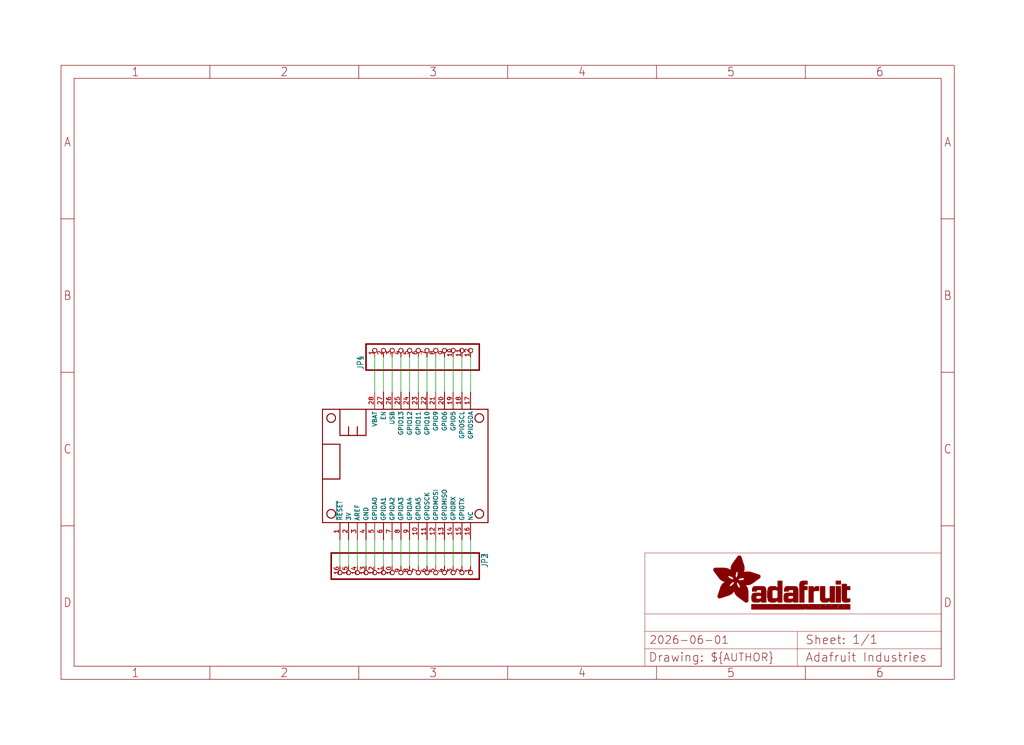
<source format=kicad_sch>
(kicad_sch (version 20230121) (generator eeschema)
  (paper "User" 298.45 217.322)
  (lib_symbols
    (symbol "working-eagle-import:FEATHERWING_NODIM"
      (symbol "FEATHERWING_NODIM_1_0"
        (pin input line (at 5.08 -5.08 90) (length 5.08) (name "~{RESET}") (number "1"))
        (pin bidirectional line (at 27.94 -5.08 90) (length 5.08) (name "GPIOA5") (number "10"))
        (pin bidirectional line (at 30.48 -5.08 90) (length 5.08) (name "GPIOSCK") (number "11"))
        (pin bidirectional line (at 33.02 -5.08 90) (length 5.08) (name "GPIOMOSI") (number "12"))
        (pin bidirectional line (at 35.56 -5.08 90) (length 5.08) (name "GPIOMISO") (number "13"))
        (pin bidirectional line (at 38.1 -5.08 90) (length 5.08) (name "GPIORX") (number "14"))
        (pin bidirectional line (at 40.64 -5.08 90) (length 5.08) (name "GPIOTX") (number "15"))
        (pin passive line (at 43.18 -5.08 90) (length 5.08) (name "NC") (number "16"))
        (pin bidirectional line (at 43.18 38.1 270) (length 5.08) (name "GPIOSDA") (number "17"))
        (pin bidirectional line (at 40.64 38.1 270) (length 5.08) (name "GPIOSCL") (number "18"))
        (pin bidirectional line (at 38.1 38.1 270) (length 5.08) (name "GPIO5") (number "19"))
        (pin power_in line (at 7.62 -5.08 90) (length 5.08) (name "3V") (number "2"))
        (pin bidirectional line (at 35.56 38.1 270) (length 5.08) (name "GPIO6") (number "20"))
        (pin bidirectional line (at 33.02 38.1 270) (length 5.08) (name "GPIO9") (number "21"))
        (pin bidirectional line (at 30.48 38.1 270) (length 5.08) (name "GPIO10") (number "22"))
        (pin bidirectional line (at 27.94 38.1 270) (length 5.08) (name "GPIO11") (number "23"))
        (pin bidirectional line (at 25.4 38.1 270) (length 5.08) (name "GPIO12") (number "24"))
        (pin bidirectional line (at 22.86 38.1 270) (length 5.08) (name "GPIO13") (number "25"))
        (pin power_in line (at 20.32 38.1 270) (length 5.08) (name "USB") (number "26"))
        (pin passive line (at 17.78 38.1 270) (length 5.08) (name "EN") (number "27"))
        (pin power_in line (at 15.24 38.1 270) (length 5.08) (name "VBAT") (number "28"))
        (pin passive line (at 10.16 -5.08 90) (length 5.08) (name "AREF") (number "3"))
        (pin power_in line (at 12.7 -5.08 90) (length 5.08) (name "GND") (number "4"))
        (pin bidirectional line (at 15.24 -5.08 90) (length 5.08) (name "GPIOA0") (number "5"))
        (pin bidirectional line (at 17.78 -5.08 90) (length 5.08) (name "GPIOA1") (number "6"))
        (pin bidirectional line (at 20.32 -5.08 90) (length 5.08) (name "GPIOA2") (number "7"))
        (pin bidirectional line (at 22.86 -5.08 90) (length 5.08) (name "GPIOA3") (number "8"))
        (pin bidirectional line (at 25.4 -5.08 90) (length 5.08) (name "GPIOA4") (number "9"))
      )
    )
    (symbol "working-eagle-import:FRAME_A4_ADAFRUIT"
      (symbol "FRAME_A4_ADAFRUIT_1_0"
        (text "${#}/${##}" (at 230.505 10.16 0) (effects (font (size 2.54 2.54)) (justify left bottom)))
        (text "${AUTHOR}" (at 189.23 5.08 0) (effects (font (size 2.286 2.286)) (justify left bottom)))
        (text "${CURRENT_DATE}" (at 171.45 10.16 0) (effects (font (size 2.286 2.286)) (justify left bottom)))
        (text "${PROJECTNAME}" (at 171.45 15.24 0) (effects (font (size 2.54 2.54)) (justify left bottom)))
        (text "1" (at 21.6958 1.905 0) (effects (font (size 2.54 2.286))))
        (text "1" (at 21.6958 177.165 0) (effects (font (size 2.54 2.286))))
        (text "2" (at 65.0875 1.905 0) (effects (font (size 2.54 2.286))))
        (text "2" (at 65.0875 177.165 0) (effects (font (size 2.54 2.286))))
        (text "3" (at 108.4792 1.905 0) (effects (font (size 2.54 2.286))))
        (text "3" (at 108.4792 177.165 0) (effects (font (size 2.54 2.286))))
        (text "4" (at 151.8708 1.905 0) (effects (font (size 2.54 2.286))))
        (text "4" (at 151.8708 177.165 0) (effects (font (size 2.54 2.286))))
        (text "5" (at 195.2625 1.905 0) (effects (font (size 2.54 2.286))))
        (text "5" (at 195.2625 177.165 0) (effects (font (size 2.54 2.286))))
        (text "6" (at 238.6542 1.905 0) (effects (font (size 2.54 2.286))))
        (text "6" (at 238.6542 177.165 0) (effects (font (size 2.54 2.286))))
        (text "A" (at 1.905 156.6863 0) (effects (font (size 2.54 2.286))))
        (text "A" (at 258.445 156.6863 0) (effects (font (size 2.54 2.286))))
        (text "Adafruit Industries" (at 216.916 4.953 0) (effects (font (size 2.54 2.54)) (justify left bottom)))
        (text "B" (at 1.905 111.9188 0) (effects (font (size 2.54 2.286))))
        (text "B" (at 258.445 111.9188 0) (effects (font (size 2.54 2.286))))
        (text "C" (at 1.905 67.1513 0) (effects (font (size 2.54 2.286))))
        (text "C" (at 258.445 67.1513 0) (effects (font (size 2.54 2.286))))
        (text "D" (at 1.905 22.3838 0) (effects (font (size 2.54 2.286))))
        (text "D" (at 258.445 22.3838 0) (effects (font (size 2.54 2.286))))
        (text "Drawing:" (at 171.196 4.953 0) (effects (font (size 2.54 2.54)) (justify left bottom)))
        (text "Sheet:" (at 216.916 10.033 0) (effects (font (size 2.54 2.54)) (justify left bottom)))
      )
    )
    (symbol "working-eagle-import:HEADER-1X1276MIL"
      (property "Reference" "JP" (at -6.35 18.415 0))
      (symbol "HEADER-1X1276MIL_1_0"
        (pin passive inverted (at -2.54 15.24 0) (length 2.54) (name "1") (number "1"))
        (pin passive inverted (at -2.54 -7.62 0) (length 2.54) (name "10") (number "10"))
        (pin passive inverted (at -2.54 -10.16 0) (length 2.54) (name "11") (number "11"))
        (pin passive inverted (at -2.54 -12.7 0) (length 2.54) (name "12") (number "12"))
        (pin passive inverted (at -2.54 12.7 0) (length 2.54) (name "2") (number "2"))
        (pin passive inverted (at -2.54 10.16 0) (length 2.54) (name "3") (number "3"))
        (pin passive inverted (at -2.54 7.62 0) (length 2.54) (name "4") (number "4"))
        (pin passive inverted (at -2.54 5.08 0) (length 2.54) (name "5") (number "5"))
        (pin passive inverted (at -2.54 2.54 0) (length 2.54) (name "6") (number "6"))
        (pin passive inverted (at -2.54 0 0) (length 2.54) (name "7") (number "7"))
        (pin passive inverted (at -2.54 -2.54 0) (length 2.54) (name "8") (number "8"))
        (pin passive inverted (at -2.54 -5.08 0) (length 2.54) (name "9") (number "9"))
      )
    )
    (symbol "working-eagle-import:HEADER-1X16_76MIL"
      (property "Reference" "JP" (at -6.35 20.955 0))
      (symbol "HEADER-1X16_76MIL_1_0"
        (pin passive inverted (at -2.54 17.78 0) (length 2.54) (name "1") (number "1"))
        (pin passive inverted (at -2.54 -5.08 0) (length 2.54) (name "10") (number "10"))
        (pin passive inverted (at -2.54 -7.62 0) (length 2.54) (name "11") (number "11"))
        (pin passive inverted (at -2.54 -10.16 0) (length 2.54) (name "12") (number "12"))
        (pin passive inverted (at -2.54 -12.7 0) (length 2.54) (name "13") (number "13"))
        (pin passive inverted (at -2.54 -15.24 0) (length 2.54) (name "14") (number "14"))
        (pin passive inverted (at -2.54 -17.78 0) (length 2.54) (name "15") (number "15"))
        (pin passive inverted (at -2.54 -20.32 0) (length 2.54) (name "16") (number "16"))
        (pin passive inverted (at -2.54 15.24 0) (length 2.54) (name "2") (number "2"))
        (pin passive inverted (at -2.54 12.7 0) (length 2.54) (name "3") (number "3"))
        (pin passive inverted (at -2.54 10.16 0) (length 2.54) (name "4") (number "4"))
        (pin passive inverted (at -2.54 7.62 0) (length 2.54) (name "5") (number "5"))
        (pin passive inverted (at -2.54 5.08 0) (length 2.54) (name "6") (number "6"))
        (pin passive inverted (at -2.54 2.54 0) (length 2.54) (name "7") (number "7"))
        (pin passive inverted (at -2.54 0 0) (length 2.54) (name "8") (number "8"))
        (pin passive inverted (at -2.54 -2.54 0) (length 2.54) (name "9") (number "9"))
      )
    )
  )
  (wire (pts (xy 109.22 104.14) (xy 109.22 114.3)) (stroke (width 0.1524)))
  (wire (pts (xy 119.38 104.14) (xy 119.38 114.3)) (stroke (width 0.1524)))
  (wire (pts (xy 104.14 157.48) (xy 104.14 165.1)) (stroke (width 0.1524)))
  (wire (pts (xy 116.84 104.14) (xy 116.84 114.3)) (stroke (width 0.1524)))
  (wire (pts (xy 137.16 157.48) (xy 137.16 165.1)) (stroke (width 0.1524)))
  (wire (pts (xy 111.76 157.48) (xy 111.76 165.1)) (stroke (width 0.1524)))
  (wire (pts (xy 109.22 157.48) (xy 109.22 165.1)) (stroke (width 0.1524)))
  (wire (pts (xy 129.54 104.14) (xy 129.54 114.3)) (stroke (width 0.1524)))
  (wire (pts (xy 119.38 157.48) (xy 119.38 165.1)) (stroke (width 0.1524)))
  (wire (pts (xy 114.3 104.14) (xy 114.3 114.3)) (stroke (width 0.1524)))
  (wire (pts (xy 111.76 104.14) (xy 111.76 114.3)) (stroke (width 0.1524)))
  (wire (pts (xy 124.46 104.14) (xy 124.46 114.3)) (stroke (width 0.1524)))
  (wire (pts (xy 132.08 104.14) (xy 132.08 114.3)) (stroke (width 0.1524)))
  (wire (pts (xy 127 104.14) (xy 127 114.3)) (stroke (width 0.1524)))
  (wire (pts (xy 121.92 104.14) (xy 121.92 114.3)) (stroke (width 0.1524)))
  (wire (pts (xy 114.3 157.48) (xy 114.3 165.1)) (stroke (width 0.1524)))
  (wire (pts (xy 129.54 157.48) (xy 129.54 165.1)) (stroke (width 0.1524)))
  (wire (pts (xy 124.46 157.48) (xy 124.46 165.1)) (stroke (width 0.1524)))
  (wire (pts (xy 101.6 157.48) (xy 101.6 165.1)) (stroke (width 0.1524)))
  (wire (pts (xy 132.08 157.48) (xy 132.08 165.1)) (stroke (width 0.1524)))
  (wire (pts (xy 137.16 104.14) (xy 137.16 114.3)) (stroke (width 0.1524)))
  (wire (pts (xy 106.68 157.48) (xy 106.68 165.1)) (stroke (width 0.1524)))
  (wire (pts (xy 116.84 157.48) (xy 116.84 165.1)) (stroke (width 0.1524)))
  (wire (pts (xy 134.62 157.48) (xy 134.62 165.1)) (stroke (width 0.1524)))
  (wire (pts (xy 121.92 157.48) (xy 121.92 165.1)) (stroke (width 0.1524)))
  (wire (pts (xy 99.06 157.48) (xy 99.06 165.1)) (stroke (width 0.1524)))
  (wire (pts (xy 127 157.48) (xy 127 165.1)) (stroke (width 0.1524)))
  (wire (pts (xy 134.62 104.14) (xy 134.62 114.3)) (stroke (width 0.1524)))
  (symbol (lib_id "working-eagle-import:HEADER-1X16_76MIL") (at 119.38 167.64 270) (unit 1)
    (property "Reference" "JP2" (at 140.335 161.29 0) (effects (font (size 1.778 1.5113)) (justify left bottom)))
    (property "Value" "HEADER-1X16_76MIL" (effects hide))
    (property "Footprint" "working:1X16_ROUND_76MIL" (effects hide))
  )
  (symbol (lib_id "working-eagle-import:HEADER-1X1276MIL") (at 124.46 101.6 90) (unit 1)
    (property "Reference" "JP4" (at 106.045 107.95 0) (effects (font (size 1.778 1.5113)) (justify left bottom)))
    (property "Value" "HEADER-1X1276MIL" (effects hide))
    (property "Footprint" "working:1X12_ROUND_76MIL" (effects hide))
  )
  (symbol (lib_id "working-eagle-import:FRAME_A4_ADAFRUIT") (at 17.78 198.12 0) (unit 1)
    (property "Reference" "#U$1" (effects hide))
    (property "Value" "FRAME_A4_ADAFRUIT" (effects hide))
  )
  (symbol (lib_id "working-eagle-import:FEATHERWING_NODIM") (at 93.98 152.4 0) (unit 1)
    (property "Reference" "MS1" (effects hide))
    (property "Value" "FEATHERWING_NODIM" (effects hide))
    (property "Footprint" "working:FEATHERWING_DIM" (effects hide))
  )
  (symbol (lib_id "working-eagle-import:FEATHERWING_NODIM") (at 93.98 152.4 0) (unit 1)
    (property "Reference" "MS2" (effects hide))
    (property "Value" "FEATHERWING_NODIM" (effects hide))
    (property "Footprint" "working:FEATHERWING_DIM" (effects hide))
  )
  (symbol (lib_id "working-eagle-import:HEADER-1X1276MIL") (at 124.46 101.6 90) (unit 1)
    (property "Reference" "JP1" (at 106.045 107.95 0) (effects (font (size 1.778 1.5113)) (justify left bottom)))
    (property "Value" "HEADER-1X1276MIL" (effects hide))
    (property "Footprint" "working:1X12_ROUND_76MIL" (effects hide))
  )
  (symbol (lib_id "working-eagle-import:HEADER-1X16_76MIL") (at 119.38 167.64 270) (unit 1)
    (property "Reference" "JP3" (at 140.335 161.29 0) (effects (font (size 1.778 1.5113)) (justify left bottom)))
    (property "Value" "HEADER-1X16_76MIL" (effects hide))
    (property "Footprint" "working:1X16_ROUND_76MIL" (effects hide))
  )
)
</source>
